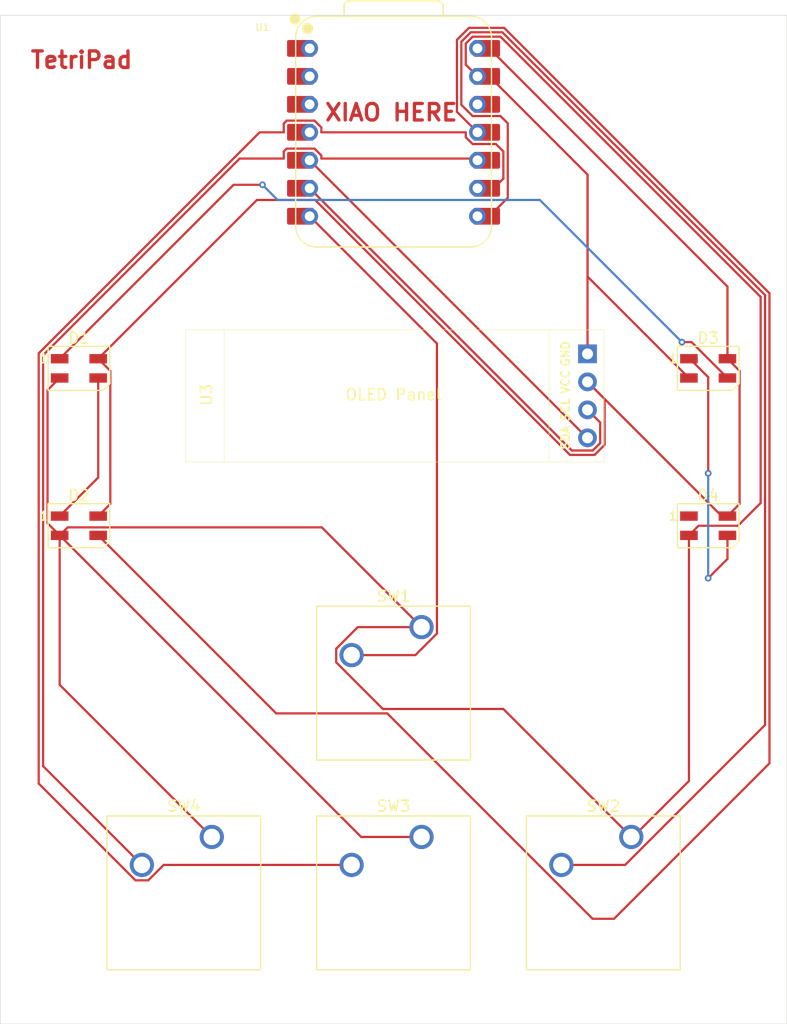
<source format=kicad_pcb>
(kicad_pcb (version 20241229) (generator "pcbnew") (generator_version "9.0")
  (layers (0 "F.Cu" signal) (2 "B.Cu" signal) (13 "F.Paste" user) (15 "B.Paste" user) (5 "F.SilkS" user "F.Silkscreen") (7 "B.SilkS" user "B.Silkscreen") (1 "F.Mask" user) (3 "B.Mask" user) (25 "Edge.Cuts" user))
  (net 0 "")
  (net 1 "Net-(D1-DIN)")
  (net 2 "Net-(D1-DOUT)")
  (net 3 "+5V")
  (net 4 "GND")
  (net 5 "Net-(D2-DIN)")
  (net 6 "Net-(D3-DOUT)")
  (net 8 "Net-(U1-GPIO0{slash}TX)")
  (net 9 "Net-(U1-GPIO1{slash}RX)")
  (net 10 "Net-(U1-GPIO2{slash}SCK)")
  (net 11 "Net-(U1-GPIO4{slash}MISO)")
  (net 12 "Net-(U1-GPIO6{slash}SDA)")
  (net 16 "Net-(U1-GPIO7{slash}SCL)")
  (footprint "LED_SMD:LED_SK6812MINI_PLCC4_3.5x3.5mm_P1.75mm" (layer "F.Cu") (at 92.86875 83.34375)
    (property "Reference" "D1" (at 0 -2.75 0) (layer "F.SilkS"))
    (property "Value" "SK6812MINI")
    (fp_line (start -2.8 -2) (end -2.8 2) (stroke (width 0.12)) (layer "F.SilkS"))
    (fp_line (start -2.8 -2) (end 2.8 -2) (stroke (width 0.12)) (layer "F.SilkS"))
    (fp_line (start -2.8 2) (end 2.2 2) (stroke (width 0.12)) (layer "F.SilkS"))
    (fp_line (start 2.8 1.4) (end 2.2 2) (stroke (width 0.12)) (layer "F.SilkS"))
    (fp_line (start 2.8 1.4) (end 2.8 -2) (stroke (width 0.12)) (layer "F.SilkS"))
    (fp_text user "1" (at -3.2 -0.875 0) (layer "F.SilkS") (effects (font (size 0.8 0.8))))
    (pad "1" smd rect (at -1.75 -0.875) (size 1.6 0.85) (layers "F.Cu" "F.Mask" "F.Paste") (net 2 "Net-(D1-DOUT)"))
    (pad "2" smd rect (at -1.75 0.875) (size 1.6 0.85) (layers "F.Cu" "F.Mask" "F.Paste") (net 4 "GND"))
    (pad "3" smd rect (at 1.75 0.875) (size 1.6 0.85) (layers "F.Cu" "F.Mask" "F.Paste") (net 1 "Net-(D1-DIN)"))
    (pad "4" smd rect (at 1.75 -0.875) (size 1.6 0.85) (layers "F.Cu" "F.Mask" "F.Paste") (net 3 "+5V"))
  )
  (footprint "LED_SMD:LED_SK6812MINI_PLCC4_3.5x3.5mm_P1.75mm" (layer "F.Cu") (at 150.01875 83.34375)
    (property "Reference" "D3" (at 0 -2.75 0) (layer "F.SilkS"))
    (property "Value" "SK6812MINI")
    (fp_line (start -2.8 -2) (end -2.8 2) (stroke (width 0.12)) (layer "F.SilkS"))
    (fp_line (start -2.8 -2) (end 2.8 -2) (stroke (width 0.12)) (layer "F.SilkS"))
    (fp_line (start -2.8 2) (end 2.2 2) (stroke (width 0.12)) (layer "F.SilkS"))
    (fp_line (start 2.8 1.4) (end 2.2 2) (stroke (width 0.12)) (layer "F.SilkS"))
    (fp_line (start 2.8 1.4) (end 2.8 -2) (stroke (width 0.12)) (layer "F.SilkS"))
    (fp_text user "1" (at -3.2 -0.875 0) (layer "F.SilkS") (effects (font (size 0.8 0.8))))
    (pad "1" smd rect (at -1.75 -0.875) (size 1.6 0.85) (layers "F.Cu" "F.Mask" "F.Paste") (net 6 "Net-(D3-DOUT)"))
    (pad "2" smd rect (at -1.75 0.875) (size 1.6 0.85) (layers "F.Cu" "F.Mask" "F.Paste") (net 4 "GND"))
    (pad "3" smd rect (at 1.75 0.875) (size 1.6 0.85) (layers "F.Cu" "F.Mask" "F.Paste") (net 2 "Net-(D1-DOUT)"))
    (pad "4" smd rect (at 1.75 -0.875) (size 1.6 0.85) (layers "F.Cu" "F.Mask" "F.Paste") (net 3 "+5V"))
  )
  (footprint "LED_SMD:LED_SK6812MINI_PLCC4_3.5x3.5mm_P1.75mm" (layer "F.Cu") (at 92.86875 97.63125)
    (property "Reference" "D2" (at 0 -2.75 0) (layer "F.SilkS"))
    (property "Value" "SK6812MINI")
    (fp_line (start -2.8 -2) (end -2.8 2) (stroke (width 0.12)) (layer "F.SilkS"))
    (fp_line (start -2.8 -2) (end 2.8 -2) (stroke (width 0.12)) (layer "F.SilkS"))
    (fp_line (start -2.8 2) (end 2.2 2) (stroke (width 0.12)) (layer "F.SilkS"))
    (fp_line (start 2.8 1.4) (end 2.2 2) (stroke (width 0.12)) (layer "F.SilkS"))
    (fp_line (start 2.8 1.4) (end 2.8 -2) (stroke (width 0.12)) (layer "F.SilkS"))
    (fp_text user "1" (at -3.2 -0.875 0) (layer "F.SilkS") (effects (font (size 0.8 0.8))))
    (pad "1" smd rect (at -1.75 -0.875) (size 1.6 0.85) (layers "F.Cu" "F.Mask" "F.Paste") (net 1 "Net-(D1-DIN)"))
    (pad "2" smd rect (at -1.75 0.875) (size 1.6 0.85) (layers "F.Cu" "F.Mask" "F.Paste") (net 4 "GND"))
    (pad "3" smd rect (at 1.75 0.875) (size 1.6 0.85) (layers "F.Cu" "F.Mask" "F.Paste") (net 5 "Net-(D2-DIN)"))
    (pad "4" smd rect (at 1.75 -0.875) (size 1.6 0.85) (layers "F.Cu" "F.Mask" "F.Paste") (net 3 "+5V"))
  )
  (footprint "OLED:SSD1306-0.91-OLED-4pin-128x32" (layer "F.Cu") (at 102.55875 79.84)
    (property "Reference" "U3" (at 1.9 5.91 90) (layer "F.SilkS"))
    (property "Value" "~")
    (fp_line (start 0 0) (end 0 12) (stroke (width 0.04)) (layer "F.SilkS"))
    (fp_line (start 0 12) (end 38 12) (stroke (width 0.04)) (layer "F.SilkS"))
    (fp_line (start 3.5 0) (end 3.5 12) (stroke (width 0.04)) (layer "F.SilkS"))
    (fp_line (start 33 0) (end 33 12) (stroke (width 0.04)) (layer "F.SilkS"))
    (fp_line (start 38 0) (end 0 0) (stroke (width 0.04)) (layer "F.SilkS"))
    (fp_line (start 38 12) (end 38 0) (stroke (width 0.04)) (layer "F.SilkS"))
    (fp_text user "OLED Panel" (at 18.885 5.885 0) (layer "F.SilkS"))
    (fp_text user "SCL" (at 34.5 7.27 270) (layer "F.SilkS") (effects (font (size 0.75 0.75))))
    (fp_text user "SDA" (at 34.5 9.81 270) (layer "F.SilkS") (effects (font (size 0.75 0.75))))
    (fp_text user "GND" (at 34.5 2.19 270) (layer "F.SilkS") (effects (font (size 0.75 0.75))))
    (fp_text user "VCC" (at 34.5 4.73 270) (layer "F.SilkS") (effects (font (size 0.75 0.75))))
    (pad "1" thru_hole rect (at 36.5 2.19) (size 1.7 1.7) (drill 1) (layers "*.Cu" "*.Mask") (net 4 "GND"))
    (pad "2" thru_hole oval (at 36.5 4.73) (size 1.7 1.7) (drill 1) (layers "*.Cu" "*.Mask") (net 3 "+5V"))
    (pad "3" thru_hole oval (at 36.5 7.27) (size 1.7 1.7) (drill 1) (layers "*.Cu" "*.Mask") (net 16 "Net-(U1-GPIO7{slash}SCL)"))
    (pad "4" thru_hole oval (at 36.5 9.81) (size 1.7 1.7) (drill 1) (layers "*.Cu" "*.Mask") (net 12 "Net-(U1-GPIO6{slash}SDA)"))
  )
  (footprint "Button_Switch_Keyboard:SW_Cherry_MX_1.00u_PCB" (layer "F.Cu") (at 123.98375 106.83875)
    (property "Reference" "SW1" (at -2.54 -2.794 0) (layer "F.SilkS"))
    (property "Value" "SW_Push")
    (fp_line (start -9.525 -1.905) (end 4.445 -1.905) (stroke (width 0.12)) (layer "F.SilkS"))
    (fp_line (start -9.525 12.065) (end -9.525 -1.905) (stroke (width 0.12)) (layer "F.SilkS"))
    (fp_line (start 4.445 -1.905) (end 4.445 12.065) (stroke (width 0.12)) (layer "F.SilkS"))
    (fp_line (start 4.445 12.065) (end -9.525 12.065) (stroke (width 0.12)) (layer "F.SilkS"))
    (pad "" np_thru_hole circle (at -7.62 5.08) (size 1.7 1.7) (drill 1.7) (layers "*.Cu" "*.Mask"))
    (pad "" np_thru_hole circle (at -2.54 5.08) (size 4 4) (drill 4) (layers "*.Cu" "*.Mask"))
    (pad "" np_thru_hole circle (at 2.54 5.08) (size 1.7 1.7) (drill 1.7) (layers "*.Cu" "*.Mask"))
    (pad "1" thru_hole circle (at 0 0) (size 2.2 2.2) (drill 1.5) (layers "*.Cu" "*.Mask") (net 4 "GND"))
    (pad "2" thru_hole circle (at -6.35 2.54) (size 2.2 2.2) (drill 1.5) (layers "*.Cu" "*.Mask") (net 8 "Net-(U1-GPIO0{slash}TX)"))
  )
  (footprint "Button_Switch_Keyboard:SW_Cherry_MX_1.00u_PCB" (layer "F.Cu") (at 104.93375 125.88875)
    (property "Reference" "SW4" (at -2.54 -2.794 0) (layer "F.SilkS"))
    (property "Value" "SW_Push")
    (fp_line (start -9.525 -1.905) (end 4.445 -1.905) (stroke (width 0.12)) (layer "F.SilkS"))
    (fp_line (start -9.525 12.065) (end -9.525 -1.905) (stroke (width 0.12)) (layer "F.SilkS"))
    (fp_line (start 4.445 -1.905) (end 4.445 12.065) (stroke (width 0.12)) (layer "F.SilkS"))
    (fp_line (start 4.445 12.065) (end -9.525 12.065) (stroke (width 0.12)) (layer "F.SilkS"))
    (pad "" np_thru_hole circle (at -7.62 5.08) (size 1.7 1.7) (drill 1.7) (layers "*.Cu" "*.Mask"))
    (pad "" np_thru_hole circle (at -2.54 5.08) (size 4 4) (drill 4) (layers "*.Cu" "*.Mask"))
    (pad "" np_thru_hole circle (at 2.54 5.08) (size 1.7 1.7) (drill 1.7) (layers "*.Cu" "*.Mask"))
    (pad "1" thru_hole circle (at 0 0) (size 2.2 2.2) (drill 1.5) (layers "*.Cu" "*.Mask") (net 4 "GND"))
    (pad "2" thru_hole circle (at -6.35 2.54) (size 2.2 2.2) (drill 1.5) (layers "*.Cu" "*.Mask") (net 11 "Net-(U1-GPIO4{slash}MISO)"))
  )
  (footprint "Button_Switch_Keyboard:SW_Cherry_MX_1.00u_PCB" (layer "F.Cu") (at 143.03375 125.88875)
    (property "Reference" "SW2" (at -2.54 -2.794 0) (layer "F.SilkS"))
    (property "Value" "SW_Push")
    (fp_line (start -9.525 -1.905) (end 4.445 -1.905) (stroke (width 0.12)) (layer "F.SilkS"))
    (fp_line (start -9.525 12.065) (end -9.525 -1.905) (stroke (width 0.12)) (layer "F.SilkS"))
    (fp_line (start 4.445 -1.905) (end 4.445 12.065) (stroke (width 0.12)) (layer "F.SilkS"))
    (fp_line (start 4.445 12.065) (end -9.525 12.065) (stroke (width 0.12)) (layer "F.SilkS"))
    (pad "" np_thru_hole circle (at -7.62 5.08) (size 1.7 1.7) (drill 1.7) (layers "*.Cu" "*.Mask"))
    (pad "" np_thru_hole circle (at -2.54 5.08) (size 4 4) (drill 4) (layers "*.Cu" "*.Mask"))
    (pad "" np_thru_hole circle (at 2.54 5.08) (size 1.7 1.7) (drill 1.7) (layers "*.Cu" "*.Mask"))
    (pad "1" thru_hole circle (at 0 0) (size 2.2 2.2) (drill 1.5) (layers "*.Cu" "*.Mask") (net 4 "GND"))
    (pad "2" thru_hole circle (at -6.35 2.54) (size 2.2 2.2) (drill 1.5) (layers "*.Cu" "*.Mask") (net 9 "Net-(U1-GPIO1{slash}RX)"))
  )
  (footprint "Button_Switch_Keyboard:SW_Cherry_MX_1.00u_PCB" (layer "F.Cu") (at 123.98375 125.88875)
    (property "Reference" "SW3" (at -2.54 -2.794 0) (layer "F.SilkS"))
    (property "Value" "SW_Push")
    (fp_line (start -9.525 -1.905) (end 4.445 -1.905) (stroke (width 0.12)) (layer "F.SilkS"))
    (fp_line (start -9.525 12.065) (end -9.525 -1.905) (stroke (width 0.12)) (layer "F.SilkS"))
    (fp_line (start 4.445 -1.905) (end 4.445 12.065) (stroke (width 0.12)) (layer "F.SilkS"))
    (fp_line (start 4.445 12.065) (end -9.525 12.065) (stroke (width 0.12)) (layer "F.SilkS"))
    (pad "" np_thru_hole circle (at -7.62 5.08) (size 1.7 1.7) (drill 1.7) (layers "*.Cu" "*.Mask"))
    (pad "" np_thru_hole circle (at -2.54 5.08) (size 4 4) (drill 4) (layers "*.Cu" "*.Mask"))
    (pad "" np_thru_hole circle (at 2.54 5.08) (size 1.7 1.7) (drill 1.7) (layers "*.Cu" "*.Mask"))
    (pad "1" thru_hole circle (at 0 0) (size 2.2 2.2) (drill 1.5) (layers "*.Cu" "*.Mask") (net 4 "GND"))
    (pad "2" thru_hole circle (at -6.35 2.54) (size 2.2 2.2) (drill 1.5) (layers "*.Cu" "*.Mask") (net 10 "Net-(U1-GPIO2{slash}SCK)"))
  )
  (footprint "OPL:XIAO-RP2040-DIP" (layer "F.Cu") (at 121.44375 61.9125)
    (property "Reference" "U1" (at -11.90625 -9.525 0) (layer "F.SilkS") (effects (font (size 0.635 0.635) (thickness 0.1016))))
    (property "Value" "XIAO-RP2040-DIP")
    (fp_line (start -8.89 8.509) (end -8.89 -8.636) (stroke (width 0.127)) (layer "F.SilkS"))
    (fp_line (start -6.985 10.414) (end 6.985 10.414) (stroke (width 0.127)) (layer "F.SilkS"))
    (fp_line (start -4.495 -10.541) (end -4.491272 -11.451272) (stroke (width 0.127)) (layer "F.SilkS"))
    (fp_line (start -3.991272 -11.951) (end 4.004 -11.951) (stroke (width 0.127)) (layer "F.SilkS"))
    (fp_line (start 4.504 -11.451) (end 4.504 -10.541) (stroke (width 0.127)) (layer "F.SilkS"))
    (fp_line (start 6.985 -10.541) (end -6.985 -10.541) (stroke (width 0.1)) (layer "F.SilkS"))
    (fp_line (start 6.985 -10.541) (end -6.985 -10.541) (stroke (width 0.127)) (layer "F.SilkS"))
    (fp_line (start 8.89 8.509) (end 8.89 -8.636) (stroke (width 0.127)) (layer "F.SilkS"))
    (fp_arc (start -8.89 -8.636) (mid -8.332038 -9.983038) (end -6.985 -10.541) (stroke (width 0.127)) (layer "F.SilkS"))
    (fp_arc (start -6.985 10.414) (mid -8.332038 9.856038) (end -8.89 8.509) (stroke (width 0.127)) (layer "F.SilkS"))
    (fp_arc (start -4.491272 -11.451272) (mid -4.344728 -11.80464) (end -3.991272 -11.951) (stroke (width 0.127)) (layer "F.SilkS"))
    (fp_arc (start 4.004 -11.951) (mid 4.357553 -11.804553) (end 4.504 -11.451) (stroke (width 0.127)) (layer "F.SilkS"))
    (fp_arc (start 6.985 -10.541) (mid 8.332038 -9.983038) (end 8.89 -8.636) (stroke (width 0.127)) (layer "F.SilkS"))
    (fp_arc (start 8.89 8.509) (mid 8.332038 9.856038) (end 6.985 10.414) (stroke (width 0.127)) (layer "F.SilkS"))
    (fp_circle (center -8.95 -10.3) (end -8.95 -10.554) (stroke (width 0.5)) (fill yes) (layer "F.SilkS"))
    (fp_circle (center -7.807 -9.42) (end -7.807 -9.674) (stroke (width 0.5)) (fill yes) (layer "F.SilkS"))
    (pad "1" smd roundrect (at -8.455 -7.62 180) (size 2.432 1.524) (layers "F.Cu" "F.Mask") (roundrect_rratio 0.1))
    (pad "1" thru_hole circle (at -7.62 -7.62 180) (size 1.524 1.524) (drill 0.889) (layers "*.Cu" "*.Mask"))
    (pad "2" smd roundrect (at -8.455 -5.08 180) (size 2.432 1.524) (layers "F.Cu" "F.Mask") (roundrect_rratio 0.1))
    (pad "2" thru_hole circle (at -7.62 -5.08 180) (size 1.524 1.524) (drill 0.889) (layers "*.Cu" "*.Mask"))
    (pad "3" smd roundrect (at -8.455 -2.54 180) (size 2.432 1.524) (layers "F.Cu" "F.Mask") (roundrect_rratio 0.1))
    (pad "3" thru_hole circle (at -7.62 -2.54 180) (size 1.524 1.524) (drill 0.889) (layers "*.Cu" "*.Mask"))
    (pad "4" smd roundrect (at -8.455 0 180) (size 2.432 1.524) (layers "F.Cu" "F.Mask") (roundrect_rratio 0.1))
    (pad "4" thru_hole circle (at -7.62 0 180) (size 1.524 1.524) (drill 0.889) (layers "*.Cu" "*.Mask"))
    (pad "5" smd roundrect (at -8.455 2.54 180) (size 2.432 1.524) (layers "F.Cu" "F.Mask") (roundrect_rratio 0.1) (net 12 "Net-(U1-GPIO6{slash}SDA)"))
    (pad "5" thru_hole circle (at -7.62 2.54 180) (size 1.524 1.524) (drill 0.889) (layers "*.Cu" "*.Mask") (net 12 "Net-(U1-GPIO6{slash}SDA)"))
    (pad "6" smd roundrect (at -8.455 5.08 180) (size 2.432 1.524) (layers "F.Cu" "F.Mask") (roundrect_rratio 0.1) (net 16 "Net-(U1-GPIO7{slash}SCL)"))
    (pad "6" thru_hole circle (at -7.62 5.08 180) (size 1.524 1.524) (drill 0.889) (layers "*.Cu" "*.Mask") (net 16 "Net-(U1-GPIO7{slash}SCL)"))
    (pad "7" smd roundrect (at -8.455 7.62 180) (size 2.432 1.524) (layers "F.Cu" "F.Mask") (roundrect_rratio 0.1) (net 8 "Net-(U1-GPIO0{slash}TX)"))
    (pad "7" thru_hole circle (at -7.62 7.62 180) (size 1.524 1.524) (drill 0.889) (layers "*.Cu" "*.Mask") (net 8 "Net-(U1-GPIO0{slash}TX)"))
    (pad "8" thru_hole circle (at 7.62 7.62) (size 1.524 1.524) (drill 0.889) (layers "*.Cu" "*.Mask") (net 9 "Net-(U1-GPIO1{slash}RX)"))
    (pad "8" smd roundrect (at 8.455 7.62) (size 2.432 1.524) (layers "F.Cu" "F.Mask") (roundrect_rratio 0.1) (net 9 "Net-(U1-GPIO1{slash}RX)"))
    (pad "9" thru_hole circle (at 7.62 5.08) (size 1.524 1.524) (drill 0.889) (layers "*.Cu" "*.Mask") (net 10 "Net-(U1-GPIO2{slash}SCK)"))
    (pad "9" smd roundrect (at 8.455 5.08) (size 2.432 1.524) (layers "F.Cu" "F.Mask") (roundrect_rratio 0.1) (net 10 "Net-(U1-GPIO2{slash}SCK)"))
    (pad "10" thru_hole circle (at 7.62 2.54) (size 1.524 1.524) (drill 0.889) (layers "*.Cu" "*.Mask") (net 11 "Net-(U1-GPIO4{slash}MISO)"))
    (pad "10" smd roundrect (at 8.455 2.54) (size 2.432 1.524) (layers "F.Cu" "F.Mask") (roundrect_rratio 0.1) (net 11 "Net-(U1-GPIO4{slash}MISO)"))
    (pad "11" thru_hole circle (at 7.62 0) (size 1.524 1.524) (drill 0.889) (layers "*.Cu" "*.Mask") (net 5 "Net-(D2-DIN)"))
    (pad "11" smd roundrect (at 8.455 0) (size 2.432 1.524) (layers "F.Cu" "F.Mask") (roundrect_rratio 0.1) (net 5 "Net-(D2-DIN)"))
    (pad "12" thru_hole circle (at 7.62 -2.54) (size 1.524 1.524) (drill 0.889) (layers "*.Cu" "*.Mask"))
    (pad "12" smd roundrect (at 8.455 -2.54) (size 2.432 1.524) (layers "F.Cu" "F.Mask") (roundrect_rratio 0.1))
    (pad "13" thru_hole circle (at 7.62 -5.08) (size 1.524 1.524) (drill 0.889) (layers "*.Cu" "*.Mask") (net 4 "GND"))
    (pad "13" smd roundrect (at 8.455 -5.08) (size 2.432 1.524) (layers "F.Cu" "F.Mask") (roundrect_rratio 0.1) (net 4 "GND"))
    (pad "14" thru_hole circle (at 7.62 -7.62) (size 1.524 1.524) (drill 0.889) (layers "*.Cu" "*.Mask") (net 3 "+5V"))
    (pad "14" smd roundrect (at 8.455 -7.62) (size 2.432 1.524) (layers "F.Cu" "F.Mask") (roundrect_rratio 0.1) (net 3 "+5V"))
  )
  (footprint "LED_SMD:LED_SK6812MINI_PLCC4_3.5x3.5mm_P1.75mm" (layer "F.Cu") (at 150.01875 97.63125)
    (property "Reference" "D4" (at 0 -2.75 0) (layer "F.SilkS"))
    (property "Value" "SK6812MINI")
    (fp_line (start -2.8 -2) (end -2.8 2) (stroke (width 0.12)) (layer "F.SilkS"))
    (fp_line (start -2.8 -2) (end 2.8 -2) (stroke (width 0.12)) (layer "F.SilkS"))
    (fp_line (start -2.8 2) (end 2.2 2) (stroke (width 0.12)) (layer "F.SilkS"))
    (fp_line (start 2.8 1.4) (end 2.2 2) (stroke (width 0.12)) (layer "F.SilkS"))
    (fp_line (start 2.8 1.4) (end 2.8 -2) (stroke (width 0.12)) (layer "F.SilkS"))
    (fp_text user "1" (at -3.2 -0.875 0) (layer "F.SilkS") (effects (font (size 0.8 0.8))))
    (pad "1" smd rect (at -1.75 -0.875) (size 1.6 0.85) (layers "F.Cu" "F.Mask" "F.Paste"))
    (pad "2" smd rect (at -1.75 0.875) (size 1.6 0.85) (layers "F.Cu" "F.Mask" "F.Paste") (net 4 "GND"))
    (pad "3" smd rect (at 1.75 0.875) (size 1.6 0.85) (layers "F.Cu" "F.Mask" "F.Paste") (net 6 "Net-(D3-DOUT)"))
    (pad "4" smd rect (at 1.75 -0.875) (size 1.6 0.85) (layers "F.Cu" "F.Mask" "F.Paste") (net 3 "+5V"))
  )
  (gr_rect (start 85.725 51.28) (end 157.1625 142.86875) (stroke (width 0.05)) (fill no) (layer "Edge.Cuts"))
  (gr_text "TetriPad" (at 88.34 56.22 0) (layer "F.Cu") (effects (font (size 1.5 1.5) (thickness 0.3) (bold yes)) (justify left bottom)))
  (gr_text "XIAO HERE" (at 115.07 60.99 0) (layer "F.Cu") (effects (font (size 1.5 1.5) (thickness 0.3) (bold yes)) (justify left bottom)))
  (segment (start 94.61875 93.25625) (end 91.11875 96.75625) (width 0.2) (layer "F.Cu") (net 1))
  (segment (start 94.61875 84.21875) (end 94.61875 93.25625) (width 0.2) (layer "F.Cu") (net 1))
  (segment (start 91.11875 82.46875) (end 106.9125 66.675) (width 0.2) (layer "F.Cu") (net 2))
  (segment (start 147.6375 80.9625) (end 148.5125 80.9625) (width 0.2) (layer "F.Cu") (net 2))
  (segment (start 106.9125 66.675) (end 109.5375 66.675) (width 0.2) (layer "F.Cu") (net 2))
  (segment (start 148.5125 80.9625) (end 151.76875 84.21875) (width 0.2) (layer "F.Cu") (net 2))
  (via (at 147.6375 80.9625) (size 0.6) (drill 0.3) (layers "F.Cu" "B.Cu") (net 2))
  (via (at 109.5375 66.675) (size 0.6) (drill 0.3) (layers "F.Cu" "B.Cu") (net 2))
  (segment (start 134.7305 68.0555) (end 147.6375 80.9625) (width 0.2) (layer "B.Cu") (net 2))
  (segment (start 110.918 68.0555) (end 134.7305 68.0555) (width 0.2) (layer "B.Cu") (net 2))
  (segment (start 109.5375 66.675) (end 110.918 68.0555) (width 0.2) (layer "B.Cu") (net 2))
  (segment (start 152.86975 83.56975) (end 152.86975 95.65525) (width 0.2) (layer "F.Cu") (net 3))
  (segment (start 94.61875 82.46875) (end 95.71975 83.56975) (width 0.2) (layer "F.Cu") (net 3))
  (segment (start 151.76875 96.75625) (end 151.245 96.75625) (width 0.2) (layer "F.Cu") (net 3))
  (segment (start 137.46615 91.202) (end 139.70161 91.202) (width 0.2) (layer "F.Cu") (net 3))
  (segment (start 151.76875 82.46875) (end 152.86975 83.56975) (width 0.2) (layer "F.Cu") (net 3))
  (segment (start 140.61075 90.29286) (end 140.61075 86.122) (width 0.2) (layer "F.Cu") (net 3))
  (segment (start 95.71975 83.56975) (end 95.71975 95.65525) (width 0.2) (layer "F.Cu") (net 3))
  (segment (start 151.245 96.75625) (end 139.05875 84.57) (width 0.2) (layer "F.Cu") (net 3))
  (segment (start 114.31965 68.0555) (end 137.46615 91.202) (width 0.2) (layer "F.Cu") (net 3))
  (segment (start 129.06375 54.2925) (end 130.14138 54.2925) (width 0.2) (layer "F.Cu") (net 3))
  (segment (start 152.86975 95.65525) (end 151.76875 96.75625) (width 0.2) (layer "F.Cu") (net 3))
  (segment (start 109.032 68.0555) (end 114.31965 68.0555) (width 0.2) (layer "F.Cu") (net 3))
  (segment (start 94.61875 82.46875) (end 109.032 68.0555) (width 0.2) (layer "F.Cu") (net 3))
  (segment (start 95.71975 95.65525) (end 94.61875 96.75625) (width 0.2) (layer "F.Cu") (net 3))
  (segment (start 151.76875 75.91987) (end 151.76875 82.46875) (width 0.2) (layer "F.Cu") (net 3))
  (segment (start 130.14138 54.2925) (end 151.76875 75.91987) (width 0.2) (layer "F.Cu") (net 3))
  (segment (start 140.61075 86.122) (end 139.05875 84.57) (width 0.2) (layer "F.Cu") (net 3))
  (segment (start 139.70161 91.202) (end 140.61075 90.29286) (width 0.2) (layer "F.Cu") (net 3))
  (segment (start 91.11875 98.50625) (end 91.11875 112.07375) (width 0.2) (layer "F.Cu") (net 4))
  (segment (start 91.11875 112.07375) (end 104.93375 125.88875) (width 0.2) (layer "F.Cu") (net 4))
  (segment (start 139.05875 65.74987) (end 139.05875 75.00875) (width 0.2) (layer "F.Cu") (net 4))
  (segment (start 91.11875 84.21875) (end 90.01775 85.31975) (width 0.2) (layer "F.Cu") (net 4))
  (segment (start 143.1925 125.88875) (end 143.03375 125.88875) (width 0.2) (layer "F.Cu") (net 4))
  (segment (start 116.23275 108.798436) (end 118.192436 106.83875) (width 0.2) (layer "F.Cu") (net 4))
  (segment (start 130.14138 56.8325) (end 139.05875 65.74987) (width 0.2) (layer "F.Cu") (net 4))
  (segment (start 139.05875 65.74987) (end 139.05875 82.03) (width 0.2) (layer "F.Cu") (net 4))
  (segment (start 114.92525 97.78025) (end 91.84475 97.78025) (width 0.2) (layer "F.Cu") (net 4))
  (segment (start 154.78125 76.856374) (end 154.78125 95.57075) (width 0.2) (layer "F.Cu") (net 4))
  (segment (start 139.05875 75.00875) (end 148.26875 84.21875) (width 0.2) (layer "F.Cu") (net 4))
  (segment (start 91.84475 97.78025) (end 91.11875 98.50625) (width 0.2) (layer "F.Cu") (net 4))
  (segment (start 90.01775 97.40525) (end 91.11875 98.50625) (width 0.2) (layer "F.Cu") (net 4))
  (segment (start 148.26875 98.50625) (end 148.26875 120.8125) (width 0.2) (layer "F.Cu") (net 4))
  (segment (start 152.72075 97.63125) (end 149.14375 97.63125) (width 0.2) (layer "F.Cu") (net 4))
  (segment (start 91.11875 98.50625) (end 118.50125 125.88875) (width 0.2) (layer "F.Cu") (net 4))
  (segment (start 118.50125 125.88875) (end 123.98375 125.88875) (width 0.2) (layer "F.Cu") (net 4))
  (segment (start 90.01775 85.31975) (end 90.01775 97.40525) (width 0.2) (layer "F.Cu") (net 4))
  (segment (start 139.05875 82.03) (end 138.7715 81.74275) (width 0.2) (layer "F.Cu") (net 4))
  (segment (start 128.00075 53.85219) (end 128.62344 53.2295) (width 0.2) (layer "F.Cu") (net 4))
  (segment (start 116.23275 110.032566) (end 116.23275 108.798436) (width 0.2) (layer "F.Cu") (net 4))
  (segment (start 129.06375 56.8325) (end 128.00075 55.7695) (width 0.2) (layer "F.Cu") (net 4))
  (segment (start 123.98375 106.83875) (end 114.92525 97.78025) (width 0.2) (layer "F.Cu") (net 4))
  (segment (start 143.03375 125.88875) (end 131.41475 114.26975) (width 0.2) (layer "F.Cu") (net 4))
  (segment (start 128.62344 53.2295) (end 131.154376 53.2295) (width 0.2) (layer "F.Cu") (net 4))
  (segment (start 129.06375 56.8325) (end 130.14138 56.8325) (width 0.2) (layer "F.Cu") (net 4))
  (segment (start 131.41475 114.26975) (end 120.469934 114.26975) (width 0.2) (layer "F.Cu") (net 4))
  (segment (start 149.14375 97.63125) (end 148.26875 98.50625) (width 0.2) (layer "F.Cu") (net 4))
  (segment (start 118.192436 106.83875) (end 123.98375 106.83875) (width 0.2) (layer "F.Cu") (net 4))
  (segment (start 128.00075 55.7695) (end 128.00075 53.85219) (width 0.2) (layer "F.Cu") (net 4))
  (segment (start 148.26875 120.8125) (end 143.1925 125.88875) (width 0.2) (layer "F.Cu") (net 4))
  (segment (start 131.154376 53.2295) (end 154.78125 76.856374) (width 0.2) (layer "F.Cu") (net 4))
  (segment (start 154.78125 95.57075) (end 152.72075 97.63125) (width 0.2) (layer "F.Cu") (net 4))
  (segment (start 120.469934 114.26975) (end 116.23275 110.032566) (width 0.2) (layer "F.Cu") (net 4))
  (segment (start 139.519934 133.31975) (end 141.467566 133.31975) (width 0.2) (layer "F.Cu") (net 5))
  (segment (start 94.61875 98.50625) (end 110.78325 114.67075) (width 0.2) (layer "F.Cu") (net 5))
  (segment (start 131.486576 52.4275) (end 128.29124 52.4275) (width 0.2) (layer "F.Cu") (net 5))
  (segment (start 155.58325 119.204066) (end 155.58325 76.524174) (width 0.2) (layer "F.Cu") (net 5))
  (segment (start 128.29124 52.4275) (end 127.19875 53.51999) (width 0.2) (layer "F.Cu") (net 5))
  (segment (start 120.870934 114.67075) (end 139.519934 133.31975) (width 0.2) (layer "F.Cu") (net 5))
  (segment (start 110.78325 114.67075) (end 120.870934 114.67075) (width 0.2) (layer "F.Cu") (net 5))
  (segment (start 155.58325 76.524174) (end 131.486576 52.4275) (width 0.2) (layer "F.Cu") (net 5))
  (segment (start 127.19875 53.51999) (end 127.19875 60.0475) (width 0.2) (layer "F.Cu") (net 5))
  (segment (start 141.467566 133.31975) (end 155.58325 119.204066) (width 0.2) (layer "F.Cu") (net 5))
  (segment (start 127.19875 60.0475) (end 129.06375 61.9125) (width 0.2) (layer "F.Cu") (net 5))
  (segment (start 148.34575 82.46875) (end 150.01875 84.14175) (width 0.2) (layer "F.Cu") (net 6))
  (segment (start 148.26875 82.46875) (end 148.34575 82.46875) (width 0.2) (layer "F.Cu") (net 6))
  (segment (start 150.01875 102.39375) (end 151.76875 100.64375) (width 0.2) (layer "F.Cu") (net 6))
  (segment (start 150.01875 84.14175) (end 150.01875 92.86875) (width 0.2) (layer "F.Cu") (net 6))
  (segment (start 151.76875 100.64375) (end 151.76875 98.50625) (width 0.2) (layer "F.Cu") (net 6))
  (via (at 150.01875 102.39375) (size 0.6) (drill 0.3) (layers "F.Cu" "B.Cu") (net 6))
  (via (at 150.01875 92.86875) (size 0.6) (drill 0.3) (layers "F.Cu" "B.Cu") (net 6))
  (segment (start 150.01875 92.86875) (end 150.01875 102.39375) (width 0.2) (layer "B.Cu") (net 6))
  (segment (start 125.38475 107.419064) (end 125.38475 81.0935) (width 0.2) (layer "F.Cu") (net 8))
  (segment (start 125.38475 81.0935) (end 113.82375 69.5325) (width 0.2) (layer "F.Cu") (net 8))
  (segment (start 123.425064 109.37875) (end 125.38475 107.419064) (width 0.2) (layer "F.Cu") (net 8))
  (segment (start 117.63375 109.37875) (end 123.425064 109.37875) (width 0.2) (layer "F.Cu") (net 8))
  (segment (start 128.45734 52.8285) (end 127.59975 53.68609) (width 0.2) (layer "F.Cu") (net 9))
  (segment (start 131.81675 61.097874) (end 131.81675 67.85713) (width 0.2) (layer "F.Cu") (net 9))
  (segment (start 128.62344 60.4355) (end 131.154376 60.4355) (width 0.2) (layer "F.Cu") (net 9))
  (segment (start 131.320476 52.8285) (end 128.45734 52.8285) (width 0.2) (layer "F.Cu") (net 9))
  (segment (start 131.81675 67.85713) (end 130.14138 69.5325) (width 0.2) (layer "F.Cu") (net 9))
  (segment (start 127.59975 59.41181) (end 128.62344 60.4355) (width 0.2) (layer "F.Cu") (net 9))
  (segment (start 155.18225 76.690274) (end 131.320476 52.8285) (width 0.2) (layer "F.Cu") (net 9))
  (segment (start 136.68375 128.42875) (end 142.475064 128.42875) (width 0.2) (layer "F.Cu") (net 9))
  (segment (start 155.18225 115.721564) (end 155.18225 76.690274) (width 0.2) (layer "F.Cu") (net 9))
  (segment (start 127.59975 53.68609) (end 127.59975 59.41181) (width 0.2) (layer "F.Cu") (net 9))
  (segment (start 131.154376 60.4355) (end 131.81675 61.097874) (width 0.2) (layer "F.Cu") (net 9))
  (segment (start 130.14138 69.5325) (end 129.06375 69.5325) (width 0.2) (layer "F.Cu") (net 9))
  (segment (start 142.475064 128.42875) (end 155.18225 115.721564) (width 0.2) (layer "F.Cu") (net 9))
  (segment (start 89.21575 81.97765) (end 109.2809 61.9125) (width 0.2) (layer "F.Cu") (net 10))
  (segment (start 99.164064 129.82975) (end 98.003436 129.82975) (width 0.2) (layer "F.Cu") (net 10))
  (segment (start 114.26406 60.8495) (end 114.88675 61.47219) (width 0.2) (layer "F.Cu") (net 10))
  (segment (start 130.740376 62.9755) (end 131.41575 63.650874) (width 0.2) (layer "F.Cu") (net 10))
  (segment (start 111.733124 60.8495) (end 114.26406 60.8495) (width 0.2) (layer "F.Cu") (net 10))
  (segment (start 131.41575 63.650874) (end 131.41575 66.1175) (width 0.2) (layer "F.Cu") (net 10))
  (segment (start 128.00075 62.35281) (end 128.62344 62.9755) (width 0.2) (layer "F.Cu") (net 10))
  (segment (start 111.47175 61.110874) (end 111.733124 60.8495) (width 0.2) (layer "F.Cu") (net 10))
  (segment (start 89.21575 121.042064) (end 89.21575 81.97765) (width 0.2) (layer "F.Cu") (net 10))
  (segment (start 130.54075 66.9925) (end 129.06375 66.9925) (width 0.2) (layer "F.Cu") (net 10))
  (segment (start 109.2809 61.9125) (end 111.47175 61.9125) (width 0.2) (layer "F.Cu") (net 10))
  (segment (start 111.47175 61.9125) (end 111.47175 61.110874) (width 0.2) (layer "F.Cu") (net 10))
  (segment (start 100.565064 128.42875) (end 99.164064 129.82975) (width 0.2) (layer "F.Cu") (net 10))
  (segment (start 114.88675 61.9125) (end 128.00075 61.9125) (width 0.2) (layer "F.Cu") (net 10))
  (segment (start 114.88675 61.47219) (end 114.88675 61.9125) (width 0.2) (layer "F.Cu") (net 10))
  (segment (start 117.63375 128.42875) (end 100.565064 128.42875) (width 0.2) (layer "F.Cu") (net 10))
  (segment (start 131.41575 66.1175) (end 130.54075 66.9925) (width 0.2) (layer "F.Cu") (net 10))
  (segment (start 128.62344 62.9755) (end 130.740376 62.9755) (width 0.2) (layer "F.Cu") (net 10))
  (segment (start 98.003436 129.82975) (end 89.21575 121.042064) (width 0.2) (layer "F.Cu") (net 10))
  (segment (start 128.00075 61.9125) (end 128.00075 62.35281) (width 0.2) (layer "F.Cu") (net 10))
  (segment (start 114.26406 63.3895) (end 114.88675 64.01219) (width 0.2) (layer "F.Cu") (net 11))
  (segment (start 89.61675 119.46175) (end 89.61675 82.14375) (width 0.2) (layer "F.Cu") (net 11))
  (segment (start 111.47175 63.650874) (end 111.733124 63.3895) (width 0.2) (layer "F.Cu") (net 11))
  (segment (start 111.733124 63.3895) (end 114.26406 63.3895) (width 0.2) (layer "F.Cu") (net 11))
  (segment (start 98.58375 128.42875) (end 89.61675 119.46175) (width 0.2) (layer "F.Cu") (net 11))
  (segment (start 89.61675 82.14375) (end 107.46675 64.29375) (width 0.2) (layer "F.Cu") (net 11))
  (segment (start 107.46675 64.29375) (end 111.47175 64.29375) (width 0.2) (layer "F.Cu") (net 11))
  (segment (start 114.88675 64.01219) (end 114.88675 64.29375) (width 0.2) (layer "F.Cu") (net 11))
  (segment (start 114.88675 64.29375) (end 128.905 64.29375) (width 0.2) (layer "F.Cu") (net 11))
  (segment (start 128.905 64.29375) (end 129.06375 64.4525) (width 0.2) (layer "F.Cu") (net 11))
  (segment (start 111.47175 64.29375) (end 111.47175 63.650874) (width 0.2) (layer "F.Cu") (net 11))
  (segment (start 139.02125 89.65) (end 139.05875 89.65) (width 0.2) (layer "F.Cu") (net 12))
  (segment (start 113.82375 64.4525) (end 139.02125 89.65) (width 0.2) (layer "F.Cu") (net 12))
  (segment (start 139.53551 90.801) (end 140.20975 90.12676) (width 0.2) (layer "F.Cu") (net 16))
  (segment (start 140.20975 90.12676) (end 140.20975 88.261) (width 0.2) (layer "F.Cu") (net 16))
  (segment (start 140.20975 88.261) (end 139.05875 87.11) (width 0.2) (layer "F.Cu") (net 16))
  (segment (start 137.63225 90.801) (end 139.53551 90.801) (width 0.2) (layer "F.Cu") (net 16))
  (segment (start 113.82375 66.9925) (end 137.63225 90.801) (width 0.2) (layer "F.Cu") (net 16))
)
</source>
